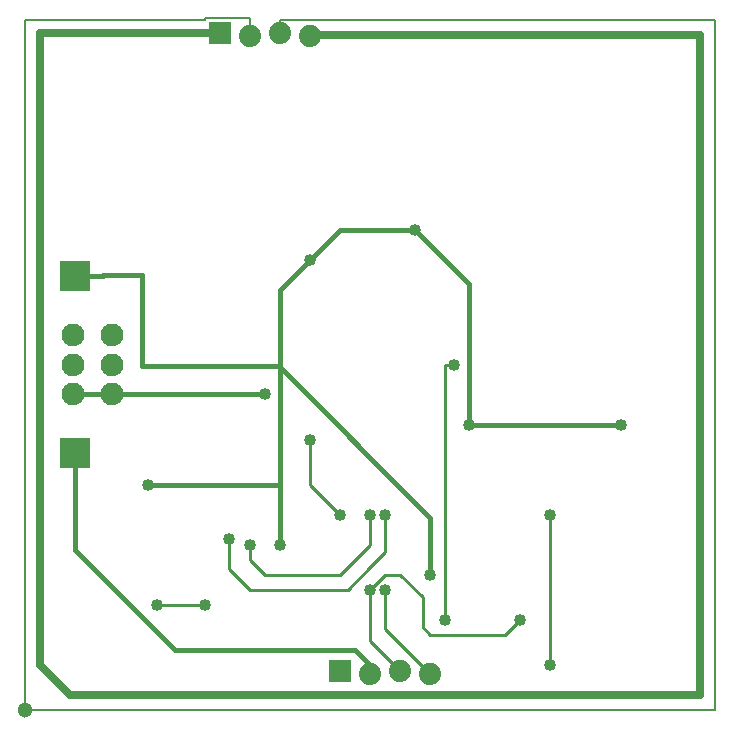
<source format=gbr>
G04 EAGLE Gerber RS-274X export*
G75*
%MOMM*%
%FSLAX34Y34*%
%LPD*%
%INBottom Copper*%
%IPPOS*%
%AMOC8*
5,1,8,0,0,1.08239X$1,22.5*%
G01*
%ADD10R,2.540000X2.540000*%
%ADD11R,1.879600X1.879600*%
%ADD12C,1.879600*%
%ADD13C,1.930400*%
%ADD14C,1.016000*%
%ADD15C,0.254000*%
%ADD16C,0.406400*%
%ADD17C,0.635000*%
%ADD18C,0.152400*%
%ADD19C,1.300000*%


D10*
X54800Y229800D03*
X54800Y379800D03*
D11*
X279400Y45720D03*
D12*
X304800Y43180D03*
X330200Y45720D03*
X355600Y43180D03*
D13*
X53350Y279800D03*
X53350Y304800D03*
X53350Y329800D03*
X86350Y279800D03*
X86350Y304800D03*
X86350Y329800D03*
D11*
X177800Y585470D03*
D12*
X203200Y582930D03*
X228600Y585470D03*
X254000Y582930D03*
D14*
X317500Y177800D03*
D15*
X317500Y146050D01*
X304800Y133350D01*
X285750Y114300D01*
X203200Y114300D01*
X185420Y132080D01*
X185420Y157480D01*
D14*
X185420Y157480D03*
X304800Y177800D03*
D15*
X304800Y152400D01*
X279400Y127000D01*
X215900Y127000D01*
X203200Y139700D01*
X203200Y152400D01*
D14*
X203200Y152400D03*
X388874Y254000D03*
X228600Y152400D03*
X254000Y393700D03*
D16*
X279400Y419100D01*
X342900Y419100D01*
D14*
X342900Y419100D03*
D16*
X388874Y373126D02*
X388874Y254000D01*
X388874Y373126D02*
X342900Y419100D01*
X228600Y203200D02*
X228600Y152400D01*
X228600Y203200D02*
X228600Y304800D01*
X228600Y368300D01*
X254000Y393700D01*
D14*
X355600Y127000D03*
D16*
X227400Y303600D02*
X228600Y304800D01*
X227400Y303600D02*
X111950Y303600D01*
X227400Y303600D02*
X355600Y175400D01*
X355600Y127000D01*
X78994Y379800D02*
X54800Y379800D01*
X78994Y379800D02*
X78994Y381000D01*
X111950Y381000D01*
X111950Y303600D01*
X117094Y203200D02*
X228600Y203200D01*
D14*
X117094Y203200D03*
D16*
X388874Y254000D02*
X517500Y254000D01*
D14*
X517500Y254000D03*
X215900Y279800D03*
D16*
X86350Y279800D01*
X53350Y279800D01*
D14*
X279400Y177800D03*
D15*
X254000Y203200D02*
X254000Y241300D01*
X254000Y203200D02*
X279400Y177800D01*
D14*
X254000Y241300D03*
D15*
X368300Y304800D02*
X368300Y88900D01*
D14*
X375920Y304800D03*
D15*
X368300Y304800D01*
D14*
X368300Y88900D03*
X317500Y114300D03*
D15*
X317500Y81280D02*
X355600Y43180D01*
X317500Y81280D02*
X317500Y114300D01*
D14*
X304800Y114300D03*
D15*
X304800Y71120D02*
X330200Y45720D01*
X304800Y71120D02*
X304800Y114300D01*
X317500Y127000D01*
X330200Y127000D01*
X349250Y107950D01*
X349250Y82550D01*
X355600Y76200D01*
X419100Y76200D02*
X431800Y88900D01*
D14*
X431800Y88900D03*
D15*
X419100Y76200D02*
X355600Y76200D01*
D16*
X54800Y148400D02*
X54800Y229800D01*
X304800Y50495D02*
X304800Y43180D01*
X304800Y50495D02*
X291795Y63500D01*
X139700Y63500D02*
X54800Y148400D01*
X139700Y63500D02*
X291795Y63500D01*
D15*
X457200Y50800D02*
X457200Y177800D01*
D14*
X457200Y177800D03*
X457200Y50800D03*
X165100Y101600D03*
D15*
X124460Y101600D01*
D14*
X124460Y101600D03*
D17*
X177800Y585470D02*
X25400Y585470D01*
X25400Y50800D01*
X50800Y25400D01*
X584200Y25400D01*
X584200Y584200D01*
D16*
X254000Y584200D02*
X254000Y582930D01*
D17*
X254000Y584200D02*
X584200Y584200D01*
D18*
X165100Y596900D02*
X165100Y598170D01*
X165100Y596900D02*
X12700Y596900D01*
X12700Y12700D01*
X596900Y12700D01*
X596900Y596900D01*
X228600Y596900D01*
X228600Y585470D01*
X203200Y582930D02*
X203200Y598170D01*
X165100Y598170D01*
D19*
X12700Y12700D03*
M02*

</source>
